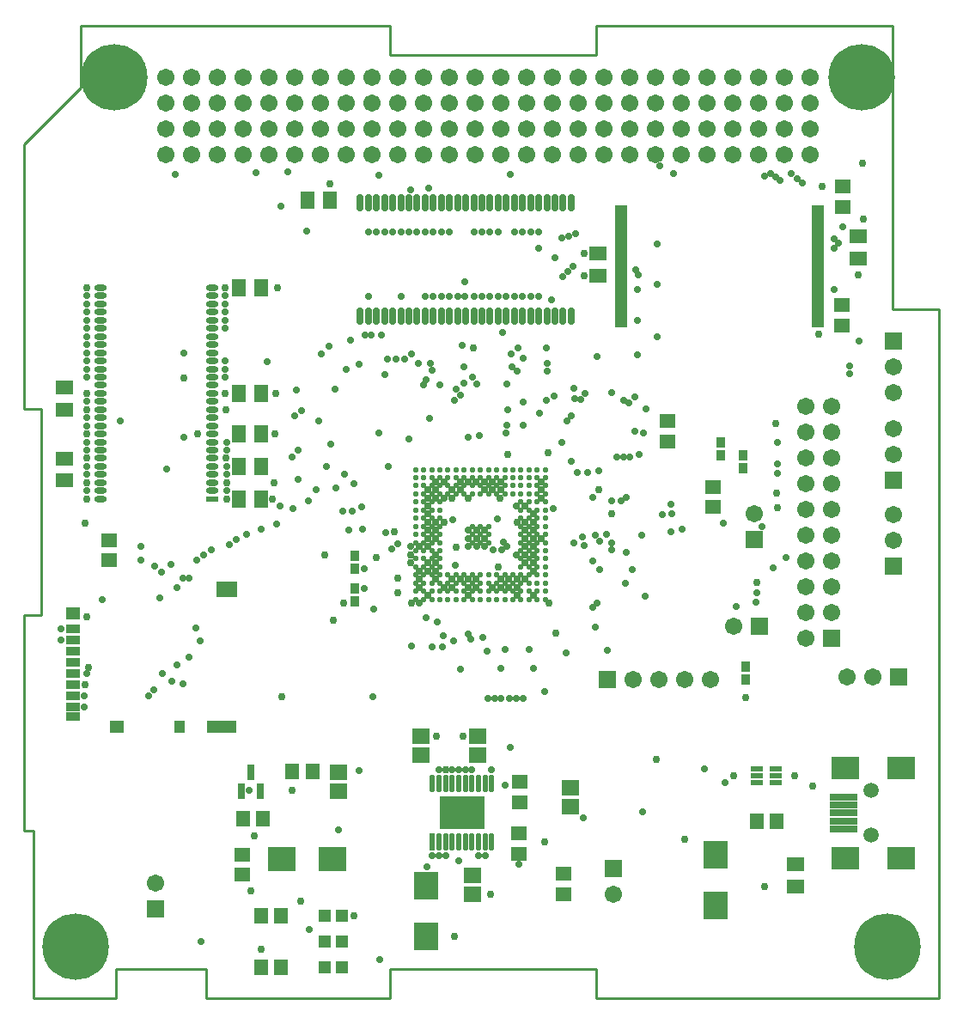
<source format=gts>
%FSLAX44Y44*%
%MOMM*%
G71*
G01*
G75*
G04 Layer_Color=8388736*
%ADD10R,0.7000X0.9000*%
%ADD11R,1.5000X1.3000*%
%ADD12R,2.2000X2.6000*%
%ADD13R,1.2000X1.5000*%
%ADD14R,1.2000X1.4000*%
%ADD15R,1.4000X1.2000*%
%ADD16R,1.1000X1.0000*%
%ADD17R,2.6000X2.2000*%
%ADD18R,0.3500X1.5500*%
%ADD19O,0.3500X1.5500*%
%ADD20R,4.2000X3.1000*%
%ADD21R,0.6000X1.4000*%
%ADD22O,1.0000X0.4000*%
%ADD23R,1.0000X0.4000*%
%ADD24R,1.9000X1.3000*%
%ADD25R,2.8000X1.0000*%
%ADD26R,0.8000X1.0000*%
%ADD27R,1.2000X1.0000*%
%ADD28R,1.2000X0.7000*%
%ADD29O,0.5500X1.5500*%
%ADD30C,0.3500*%
%ADD31R,1.0000X0.3000*%
%ADD32R,1.0500X0.4000*%
%ADD33R,2.5000X0.5000*%
%ADD34R,2.5000X2.0000*%
%ADD35R,1.5000X1.2000*%
%ADD36C,0.1778*%
%ADD37C,0.3048*%
%ADD38C,0.2540*%
%ADD39R,1.5000X1.5000*%
%ADD40C,1.5000*%
%ADD41R,1.5000X1.5000*%
%ADD42C,6.3500*%
%ADD43C,1.3000*%
%ADD44C,0.5080*%
%ADD45C,0.5588*%
%ADD46C,1.0160*%
%ADD47C,1.9160*%
%ADD48C,1.0160*%
%ADD49C,1.0668*%
%ADD50C,0.3810*%
%ADD51C,4.1910*%
%ADD52R,0.9000X0.7000*%
%ADD53R,1.0500X1.3000*%
%ADD54R,1.4000X3.3000*%
%ADD55R,1.3000X1.9000*%
%ADD56C,0.2500*%
%ADD57C,0.2000*%
%ADD58C,0.6000*%
%ADD59C,0.3000*%
%ADD60C,0.2032*%
%ADD61C,0.1000*%
%ADD62C,0.1270*%
%ADD63R,0.9032X1.1032*%
%ADD64R,1.7032X1.5032*%
%ADD65R,2.4032X2.8032*%
%ADD66R,1.4032X1.7032*%
%ADD67R,1.4032X1.6032*%
%ADD68R,1.6032X1.4032*%
%ADD69R,1.3032X1.2032*%
%ADD70R,2.8032X2.4032*%
%ADD71R,0.5532X1.7532*%
%ADD72O,0.5532X1.7532*%
%ADD73R,4.4032X3.3032*%
%ADD74R,0.8032X1.6032*%
%ADD75O,1.2032X0.6032*%
%ADD76R,1.2032X0.6032*%
%ADD77R,2.1032X1.5032*%
%ADD78R,3.0032X1.2032*%
%ADD79R,1.0032X1.2032*%
%ADD80R,1.4032X1.2032*%
%ADD81R,1.4032X0.9032*%
%ADD82O,0.7532X1.7532*%
%ADD83C,0.5532*%
%ADD84R,1.2032X0.5032*%
%ADD85R,1.2532X0.6032*%
%ADD86R,2.7032X0.7032*%
%ADD87R,2.7032X2.2032*%
%ADD88R,1.7032X1.4032*%
%ADD89R,1.7032X1.7032*%
%ADD90C,1.7032*%
%ADD91R,1.7032X1.7032*%
%ADD92C,6.5532*%
%ADD93C,1.5032*%
%ADD94C,0.7112*%
%ADD95C,0.7620*%
D38*
X0Y0D02*
X81280D01*
Y29210D01*
X170180D01*
Y0D02*
Y29210D01*
Y0D02*
X351790D01*
Y29210D01*
X554990D01*
Y0D02*
Y29210D01*
Y0D02*
X892810D01*
Y679450D01*
X847090D02*
X892810D01*
X847090D02*
Y958850D01*
X554990D02*
X847090D01*
X554990Y929640D02*
Y958850D01*
X351790Y929640D02*
X554990D01*
X351790D02*
Y958850D01*
X46990D02*
X351790D01*
X0Y0D02*
Y165100D01*
X-8890D02*
X0D01*
X-8890D02*
Y377825D01*
X7620D01*
Y581025D01*
X-8890D02*
X7620D01*
X-8890D02*
Y825500D01*
X46990Y897890D02*
Y958850D01*
X-8890Y825500D02*
Y842010D01*
X46990Y897890D01*
D63*
X316992Y404264D02*
D03*
Y391264D02*
D03*
Y423522D02*
D03*
Y436522D02*
D03*
X701802Y313794D02*
D03*
Y326794D02*
D03*
X699770Y535074D02*
D03*
Y522074D02*
D03*
X677418Y535282D02*
D03*
Y548282D02*
D03*
D64*
X432816Y102260D02*
D03*
Y121260D02*
D03*
X300736Y222860D02*
D03*
Y203860D02*
D03*
X382016Y258420D02*
D03*
Y239420D02*
D03*
X437896Y258420D02*
D03*
Y239420D02*
D03*
X529336Y207620D02*
D03*
Y188620D02*
D03*
D65*
X387096Y61360D02*
D03*
Y111360D02*
D03*
X672338Y141840D02*
D03*
Y91840D02*
D03*
D66*
X270500Y786250D02*
D03*
X292500D02*
D03*
X202614Y556252D02*
D03*
X224614D02*
D03*
X202614Y524000D02*
D03*
X224614D02*
D03*
X202614Y700252D02*
D03*
X224614D02*
D03*
X202614Y596252D02*
D03*
X224614D02*
D03*
X202614Y492252D02*
D03*
X224614D02*
D03*
D67*
X712884Y174498D02*
D03*
X732884D02*
D03*
X224442Y81280D02*
D03*
X244442D02*
D03*
X206662Y177292D02*
D03*
X226662D02*
D03*
X224442Y30988D02*
D03*
X244442D02*
D03*
X275176Y223520D02*
D03*
X255176D02*
D03*
D68*
X796798Y683100D02*
D03*
Y663100D02*
D03*
X625348Y569054D02*
D03*
Y549054D02*
D03*
X478536Y142400D02*
D03*
Y162400D02*
D03*
X479298Y193200D02*
D03*
Y213200D02*
D03*
X205740Y141826D02*
D03*
Y121826D02*
D03*
X670306Y484030D02*
D03*
Y504030D02*
D03*
X797814Y779940D02*
D03*
Y799940D02*
D03*
X522224Y122776D02*
D03*
Y102776D02*
D03*
X74930Y451706D02*
D03*
Y431706D02*
D03*
D69*
X304156Y81280D02*
D03*
X287156D02*
D03*
X304156Y55880D02*
D03*
X287156D02*
D03*
X304156Y30480D02*
D03*
X287156D02*
D03*
D70*
X295256Y137160D02*
D03*
X245256D02*
D03*
D71*
X393406Y154130D02*
D03*
D72*
X399906D02*
D03*
X406406D02*
D03*
X412906D02*
D03*
X419406D02*
D03*
X425906D02*
D03*
X432406D02*
D03*
X438906D02*
D03*
X445406D02*
D03*
X451906D02*
D03*
X393406Y211630D02*
D03*
X399906D02*
D03*
X406406D02*
D03*
X412906D02*
D03*
X419406D02*
D03*
X425906D02*
D03*
X432406D02*
D03*
X438906D02*
D03*
X445406D02*
D03*
X451906D02*
D03*
D73*
X422656Y182880D02*
D03*
D74*
X204876Y203860D02*
D03*
X223876D02*
D03*
X214376Y222860D02*
D03*
D75*
X66422Y700252D02*
D03*
Y692252D02*
D03*
Y684252D02*
D03*
Y676252D02*
D03*
Y668252D02*
D03*
Y660252D02*
D03*
Y652252D02*
D03*
Y644252D02*
D03*
Y636252D02*
D03*
Y628252D02*
D03*
Y620252D02*
D03*
Y612252D02*
D03*
Y604252D02*
D03*
Y596252D02*
D03*
Y588252D02*
D03*
Y580252D02*
D03*
Y572252D02*
D03*
Y564252D02*
D03*
Y556252D02*
D03*
Y548252D02*
D03*
Y540252D02*
D03*
Y532252D02*
D03*
Y524252D02*
D03*
Y516252D02*
D03*
Y508252D02*
D03*
Y500252D02*
D03*
Y492252D02*
D03*
X176022Y700252D02*
D03*
Y692252D02*
D03*
Y684252D02*
D03*
Y676252D02*
D03*
Y668252D02*
D03*
Y660252D02*
D03*
Y652252D02*
D03*
Y644252D02*
D03*
Y636252D02*
D03*
Y628252D02*
D03*
Y620252D02*
D03*
Y612252D02*
D03*
Y604252D02*
D03*
Y596252D02*
D03*
Y588252D02*
D03*
Y580252D02*
D03*
Y572252D02*
D03*
Y564252D02*
D03*
Y556252D02*
D03*
Y548252D02*
D03*
Y540252D02*
D03*
Y532252D02*
D03*
Y524252D02*
D03*
Y516252D02*
D03*
Y508252D02*
D03*
Y500252D02*
D03*
D76*
Y492252D02*
D03*
D77*
X190370Y402982D02*
D03*
D78*
X185870Y267982D02*
D03*
D79*
X144370D02*
D03*
D80*
X39370Y379482D02*
D03*
X82370Y267982D02*
D03*
D81*
X39370Y363982D02*
D03*
Y352982D02*
D03*
Y341982D02*
D03*
Y330982D02*
D03*
Y319982D02*
D03*
Y308982D02*
D03*
Y297982D02*
D03*
Y286982D02*
D03*
Y277482D02*
D03*
D82*
X490212Y784472D02*
D03*
X498212D02*
D03*
X474212D02*
D03*
X482212D02*
D03*
X522212D02*
D03*
X530212D02*
D03*
X506212D02*
D03*
X514212D02*
D03*
X434212D02*
D03*
X442212D02*
D03*
X418212D02*
D03*
X426212D02*
D03*
X458212D02*
D03*
X466212D02*
D03*
X450212D02*
D03*
X530212Y672472D02*
D03*
X514212D02*
D03*
X522212D02*
D03*
X498212D02*
D03*
X506212D02*
D03*
X482212D02*
D03*
X490212D02*
D03*
X442212D02*
D03*
X450212D02*
D03*
X426212D02*
D03*
X434212D02*
D03*
X466212D02*
D03*
X474212D02*
D03*
X458212D02*
D03*
X378212Y784472D02*
D03*
X386212D02*
D03*
X362212D02*
D03*
X370212D02*
D03*
X402212D02*
D03*
X410212D02*
D03*
X394212D02*
D03*
X346212D02*
D03*
X354212D02*
D03*
X330212D02*
D03*
X338212D02*
D03*
X322212D02*
D03*
X410212Y672472D02*
D03*
X418212D02*
D03*
X402212D02*
D03*
X386212D02*
D03*
X394212D02*
D03*
X370212D02*
D03*
X378212D02*
D03*
X354212D02*
D03*
X362212D02*
D03*
X338212D02*
D03*
X346212D02*
D03*
X322212D02*
D03*
X330212D02*
D03*
D83*
X504690Y393200D02*
D03*
X496690D02*
D03*
X488690D02*
D03*
X480690D02*
D03*
X472690D02*
D03*
X464690D02*
D03*
X456690D02*
D03*
X448690D02*
D03*
X440690D02*
D03*
X432690D02*
D03*
X424690D02*
D03*
X416690D02*
D03*
X408690D02*
D03*
X400690D02*
D03*
X392690D02*
D03*
X384690D02*
D03*
X376690D02*
D03*
X504690Y401200D02*
D03*
X496690D02*
D03*
X488690D02*
D03*
X480690D02*
D03*
X472690D02*
D03*
X464690D02*
D03*
X456690D02*
D03*
X448690D02*
D03*
X440690D02*
D03*
X432690D02*
D03*
X424690D02*
D03*
X416690D02*
D03*
X408690D02*
D03*
X400690D02*
D03*
X392690D02*
D03*
X384690D02*
D03*
X376690D02*
D03*
X504690Y409200D02*
D03*
X496690D02*
D03*
X488690D02*
D03*
X480690D02*
D03*
X472690D02*
D03*
X464690D02*
D03*
X456690D02*
D03*
X448690D02*
D03*
X440690D02*
D03*
X432690D02*
D03*
X424690D02*
D03*
X416690D02*
D03*
X408690D02*
D03*
X400690D02*
D03*
X392690D02*
D03*
X384690D02*
D03*
X376690D02*
D03*
X504690Y417200D02*
D03*
X496690D02*
D03*
X488690D02*
D03*
X480690D02*
D03*
X472690D02*
D03*
X464690D02*
D03*
X456690D02*
D03*
X448690D02*
D03*
X440690D02*
D03*
X432690D02*
D03*
X424690D02*
D03*
X416690D02*
D03*
X408690D02*
D03*
X400690D02*
D03*
X392690D02*
D03*
X384690D02*
D03*
X376690D02*
D03*
X504690Y425200D02*
D03*
X496690D02*
D03*
X488690D02*
D03*
X480690D02*
D03*
X400690D02*
D03*
X392690D02*
D03*
X384690D02*
D03*
X376690D02*
D03*
X504690Y433200D02*
D03*
X496690D02*
D03*
X488690D02*
D03*
X480690D02*
D03*
X400690D02*
D03*
X392690D02*
D03*
X384690D02*
D03*
X376690D02*
D03*
X504690Y441200D02*
D03*
X496690D02*
D03*
X488690D02*
D03*
X480690D02*
D03*
X400690D02*
D03*
X392690D02*
D03*
X384690D02*
D03*
X376690D02*
D03*
X504690Y449200D02*
D03*
X496690D02*
D03*
X488690D02*
D03*
X480690D02*
D03*
X448690D02*
D03*
X440690D02*
D03*
X432690D02*
D03*
X400690D02*
D03*
X392690D02*
D03*
X384690D02*
D03*
X376690D02*
D03*
X504690Y457200D02*
D03*
X496690D02*
D03*
X488690D02*
D03*
X480690D02*
D03*
X448690D02*
D03*
X440690D02*
D03*
X432690D02*
D03*
X400690D02*
D03*
X392690D02*
D03*
X384690D02*
D03*
X376690D02*
D03*
X504690Y465200D02*
D03*
X496690D02*
D03*
X488690D02*
D03*
X480690D02*
D03*
X448690D02*
D03*
X440690D02*
D03*
X432690D02*
D03*
X400690D02*
D03*
X392690D02*
D03*
X384690D02*
D03*
X376690D02*
D03*
X504690Y473200D02*
D03*
X496690D02*
D03*
X488690D02*
D03*
X480690D02*
D03*
X400690D02*
D03*
X392690D02*
D03*
X384690D02*
D03*
X376690D02*
D03*
X504690Y481200D02*
D03*
X496690D02*
D03*
X488690D02*
D03*
X480690D02*
D03*
X400690D02*
D03*
X392690D02*
D03*
X384690D02*
D03*
X376690D02*
D03*
X504690Y489200D02*
D03*
X496690D02*
D03*
X488690D02*
D03*
X480690D02*
D03*
X400690D02*
D03*
X392690D02*
D03*
X384690D02*
D03*
X376690D02*
D03*
X504690Y497200D02*
D03*
X496690D02*
D03*
X488690D02*
D03*
X480690D02*
D03*
X472690D02*
D03*
X464690D02*
D03*
X456690D02*
D03*
X448690D02*
D03*
X440690D02*
D03*
X432690D02*
D03*
X424690D02*
D03*
X416690D02*
D03*
X408690D02*
D03*
X400690D02*
D03*
X392690D02*
D03*
X384690D02*
D03*
X376690D02*
D03*
X504690Y505200D02*
D03*
X496690D02*
D03*
X488690D02*
D03*
X480690D02*
D03*
X472690D02*
D03*
X464690D02*
D03*
X456690D02*
D03*
X448690D02*
D03*
X440690D02*
D03*
X432690D02*
D03*
X424690D02*
D03*
X416690D02*
D03*
X408690D02*
D03*
X400690D02*
D03*
X392690D02*
D03*
X384690D02*
D03*
X376690D02*
D03*
X504690Y513200D02*
D03*
X496690D02*
D03*
X488690D02*
D03*
X480690D02*
D03*
X472690D02*
D03*
X464690D02*
D03*
X456690D02*
D03*
X448690D02*
D03*
X440690D02*
D03*
X432690D02*
D03*
X424690D02*
D03*
X416690D02*
D03*
X408690D02*
D03*
X400690D02*
D03*
X392690D02*
D03*
X384690D02*
D03*
X376690D02*
D03*
X504690Y521200D02*
D03*
X496690D02*
D03*
X488690D02*
D03*
X480690D02*
D03*
X472690D02*
D03*
X464690D02*
D03*
X456690D02*
D03*
X448690D02*
D03*
X440690D02*
D03*
X432690D02*
D03*
X424690D02*
D03*
X416690D02*
D03*
X408690D02*
D03*
X400690D02*
D03*
X392690D02*
D03*
X384690D02*
D03*
X376690D02*
D03*
D84*
X773160Y778956D02*
D03*
Y773956D02*
D03*
Y768956D02*
D03*
Y763956D02*
D03*
Y758956D02*
D03*
Y753956D02*
D03*
Y748956D02*
D03*
Y743956D02*
D03*
Y738956D02*
D03*
Y733956D02*
D03*
Y728956D02*
D03*
Y723956D02*
D03*
Y718956D02*
D03*
Y713956D02*
D03*
Y708956D02*
D03*
Y703956D02*
D03*
Y698956D02*
D03*
Y693956D02*
D03*
Y688956D02*
D03*
Y683956D02*
D03*
Y678956D02*
D03*
Y673956D02*
D03*
Y668956D02*
D03*
Y663956D02*
D03*
X579160Y778956D02*
D03*
Y773956D02*
D03*
Y768956D02*
D03*
Y763956D02*
D03*
Y758956D02*
D03*
Y753956D02*
D03*
Y748956D02*
D03*
Y743956D02*
D03*
Y738956D02*
D03*
Y733956D02*
D03*
Y728956D02*
D03*
Y723956D02*
D03*
Y718956D02*
D03*
Y713956D02*
D03*
Y708956D02*
D03*
Y703956D02*
D03*
Y698956D02*
D03*
Y693956D02*
D03*
Y688956D02*
D03*
Y683956D02*
D03*
Y678956D02*
D03*
Y673956D02*
D03*
Y668956D02*
D03*
Y663956D02*
D03*
D85*
X731478Y212806D02*
D03*
Y225806D02*
D03*
Y219306D02*
D03*
X712978D02*
D03*
Y225806D02*
D03*
Y212806D02*
D03*
D86*
X798592Y166624D02*
D03*
Y174624D02*
D03*
Y182624D02*
D03*
Y190624D02*
D03*
Y198624D02*
D03*
D87*
X800592Y138124D02*
D03*
Y227124D02*
D03*
X855592D02*
D03*
Y138124D02*
D03*
D88*
X751586Y132158D02*
D03*
Y110158D02*
D03*
X30734Y532208D02*
D03*
Y510208D02*
D03*
Y580312D02*
D03*
Y602312D02*
D03*
X813308Y751410D02*
D03*
Y729410D02*
D03*
X556260Y712392D02*
D03*
Y734392D02*
D03*
D89*
X847598Y510540D02*
D03*
X786384Y354838D02*
D03*
X710438Y452628D02*
D03*
X847598Y425958D02*
D03*
X571500Y128016D02*
D03*
X120396Y88392D02*
D03*
X847598Y647954D02*
D03*
D90*
Y535940D02*
D03*
Y561340D02*
D03*
X760984Y583438D02*
D03*
X786384D02*
D03*
X760984Y558038D02*
D03*
X786384D02*
D03*
X760984Y532638D02*
D03*
X786384D02*
D03*
X760984Y507238D02*
D03*
X786384D02*
D03*
X760984Y481838D02*
D03*
X786384D02*
D03*
X760984Y456438D02*
D03*
X786384D02*
D03*
X760984Y431038D02*
D03*
X786384D02*
D03*
X760984Y405638D02*
D03*
X786384D02*
D03*
X760984Y380238D02*
D03*
X786384D02*
D03*
X760984Y354838D02*
D03*
X710438Y478028D02*
D03*
X827278Y316992D02*
D03*
X801878D02*
D03*
X847598Y451358D02*
D03*
Y476758D02*
D03*
X571500Y102616D02*
D03*
X120396Y113792D02*
D03*
X667258Y314452D02*
D03*
X641858D02*
D03*
X616458D02*
D03*
X591058D02*
D03*
X847598Y597154D02*
D03*
Y622554D02*
D03*
X690372Y367030D02*
D03*
X130810Y857280D02*
D03*
Y831880D02*
D03*
X156210D02*
D03*
X181610D02*
D03*
X207010D02*
D03*
X232410D02*
D03*
X257810D02*
D03*
X283210D02*
D03*
X308610D02*
D03*
X334010D02*
D03*
X359410D02*
D03*
X384810D02*
D03*
X410210D02*
D03*
X435610D02*
D03*
X461010D02*
D03*
X486410D02*
D03*
X511810D02*
D03*
X537210D02*
D03*
X562610D02*
D03*
X588010D02*
D03*
X613410D02*
D03*
X638810D02*
D03*
X664210D02*
D03*
X689610D02*
D03*
X715010D02*
D03*
X740410D02*
D03*
X765810D02*
D03*
X156210Y857280D02*
D03*
X181610D02*
D03*
X207010D02*
D03*
X232410D02*
D03*
X257810D02*
D03*
X283210D02*
D03*
X308610D02*
D03*
X334010D02*
D03*
X359410D02*
D03*
X384810D02*
D03*
X410210D02*
D03*
X435610D02*
D03*
X461010D02*
D03*
X486410D02*
D03*
X511810D02*
D03*
X537210D02*
D03*
X562610D02*
D03*
X588010D02*
D03*
X613410D02*
D03*
X638810D02*
D03*
X664210D02*
D03*
X689610D02*
D03*
X715010D02*
D03*
X740410D02*
D03*
X765810D02*
D03*
X130810Y908080D02*
D03*
Y882680D02*
D03*
X156210D02*
D03*
X181610D02*
D03*
X207010D02*
D03*
X232410D02*
D03*
X257810D02*
D03*
X283210D02*
D03*
X308610D02*
D03*
X334010D02*
D03*
X359410D02*
D03*
X384810D02*
D03*
X410210D02*
D03*
X435610D02*
D03*
X461010D02*
D03*
X486410D02*
D03*
X511810D02*
D03*
X537210D02*
D03*
X562610D02*
D03*
X588010D02*
D03*
X613410D02*
D03*
X638810D02*
D03*
X664210D02*
D03*
X689610D02*
D03*
X715010D02*
D03*
X740410D02*
D03*
X765810D02*
D03*
X156210Y908080D02*
D03*
X181610D02*
D03*
X207010D02*
D03*
X232410D02*
D03*
X257810D02*
D03*
X283210D02*
D03*
X308610D02*
D03*
X334010D02*
D03*
X359410D02*
D03*
X384810D02*
D03*
X410210D02*
D03*
X435610D02*
D03*
X461010D02*
D03*
X486410D02*
D03*
X511810D02*
D03*
X537210D02*
D03*
X562610D02*
D03*
X588010D02*
D03*
X613410D02*
D03*
X638810D02*
D03*
X664210D02*
D03*
X689610D02*
D03*
X715010D02*
D03*
X740410D02*
D03*
X765810D02*
D03*
D91*
X852678Y316992D02*
D03*
X565658Y314452D02*
D03*
X715772Y367030D02*
D03*
D92*
X816430Y908100D02*
D03*
X79830D02*
D03*
X841831Y50800D02*
D03*
X41731Y50800D02*
D03*
D93*
X825592Y204624D02*
D03*
Y160624D02*
D03*
D94*
X391519Y625780D02*
D03*
X416520Y600529D02*
D03*
X424521Y606030D02*
D03*
X458212Y755000D02*
D03*
X490212Y755000D02*
D03*
X269750Y756500D02*
D03*
X389519Y798789D02*
D03*
X372000Y796500D02*
D03*
X338212Y755000D02*
D03*
X346212D02*
D03*
X330212D02*
D03*
X596265Y713326D02*
D03*
X593598Y718202D02*
D03*
X527500Y751461D02*
D03*
X534250Y753750D02*
D03*
X466852Y605536D02*
D03*
X492690Y477200D02*
D03*
X595846Y668528D02*
D03*
X493268Y325628D02*
D03*
X420624Y324612D02*
D03*
X680212Y468122D02*
D03*
X661162Y225806D02*
D03*
X325882Y404264D02*
D03*
Y423522D02*
D03*
X629666Y477520D02*
D03*
X599948Y456438D02*
D03*
X579628Y490474D02*
D03*
X484817Y485200D02*
D03*
X512188Y482470D02*
D03*
X717804Y464566D02*
D03*
X729234Y424180D02*
D03*
X797814Y760052D02*
D03*
X813816Y647954D02*
D03*
X475742Y437388D02*
D03*
X757682Y803656D02*
D03*
X752602Y807974D02*
D03*
X747268Y812546D02*
D03*
X736346Y806196D02*
D03*
X731520Y809752D02*
D03*
X726440Y813054D02*
D03*
X720344Y810006D02*
D03*
X532638Y601218D02*
D03*
X581914Y589788D02*
D03*
X586740Y586486D02*
D03*
X595846Y698956D02*
D03*
X388690Y445200D02*
D03*
X335534Y383286D02*
D03*
X539496Y590296D02*
D03*
X396690Y493200D02*
D03*
X404690D02*
D03*
X271018Y490220D02*
D03*
X298470Y503192D02*
D03*
X575314Y533908D02*
D03*
X584516Y494092D02*
D03*
X556006Y389636D02*
D03*
X602996Y396748D02*
D03*
X139700Y811784D02*
D03*
X482854Y295910D02*
D03*
X475996D02*
D03*
X68326Y393192D02*
D03*
X160528Y364998D02*
D03*
X403860Y357124D02*
D03*
X469519Y295910D02*
D03*
X461010D02*
D03*
X556006Y632460D02*
D03*
X454660Y295910D02*
D03*
X447802D02*
D03*
X588010Y533908D02*
D03*
X558419Y450469D02*
D03*
X533400Y591312D02*
D03*
X546608Y518414D02*
D03*
X541020Y455168D02*
D03*
X488847Y343916D02*
D03*
X127254Y320040D02*
D03*
X119761Y425577D02*
D03*
X447294Y342392D02*
D03*
X135890Y427482D02*
D03*
X141478Y404876D02*
D03*
X372618Y347218D02*
D03*
X147574Y414528D02*
D03*
Y309880D02*
D03*
X153670Y414274D02*
D03*
Y336550D02*
D03*
X544068Y596138D02*
D03*
X536194Y518414D02*
D03*
X569722Y596900D02*
D03*
X551180Y493776D02*
D03*
X542798Y446278D02*
D03*
X553720Y456692D02*
D03*
X520954Y547878D02*
D03*
X457200Y472440D02*
D03*
X466344Y564896D02*
D03*
X465582Y557530D02*
D03*
X551434Y431292D02*
D03*
X558038Y422402D02*
D03*
X582168Y533908D02*
D03*
X592836Y559308D02*
D03*
X569976Y490474D02*
D03*
X601726Y557530D02*
D03*
X397896Y371094D02*
D03*
X387350Y375412D02*
D03*
X392938Y346710D02*
D03*
X430784Y354076D02*
D03*
X503682Y302006D02*
D03*
X557530Y519550D02*
D03*
X314706Y480060D02*
D03*
X324104Y462788D02*
D03*
X402844Y346710D02*
D03*
X429006Y359156D02*
D03*
X475996Y485394D02*
D03*
X380690Y445200D02*
D03*
X416306Y426720D02*
D03*
X419406Y135636D02*
D03*
X451906Y225298D02*
D03*
X469750Y247246D02*
D03*
X280924Y569214D02*
D03*
X506222Y617982D02*
D03*
Y626110D02*
D03*
X476758Y617982D02*
D03*
X471805Y622046D02*
D03*
X467614Y580136D02*
D03*
X521716Y711708D02*
D03*
X526796Y716788D02*
D03*
X531876Y721868D02*
D03*
X510911Y688340D02*
D03*
X291846Y642589D02*
D03*
X340614Y557276D02*
D03*
X370078Y551434D02*
D03*
X482600Y631190D02*
D03*
X436690Y509200D02*
D03*
X442212Y691896D02*
D03*
X434212D02*
D03*
X410212D02*
D03*
X402212D02*
D03*
X394212D02*
D03*
X386212D02*
D03*
X362212D02*
D03*
X402212Y755000D02*
D03*
X394212D02*
D03*
X386212D02*
D03*
X378212D02*
D03*
X370212D02*
D03*
X362212D02*
D03*
X354212D02*
D03*
X439420Y554990D02*
D03*
X255778Y482854D02*
D03*
X124968Y394462D02*
D03*
X257556Y574294D02*
D03*
X323850Y484124D02*
D03*
X311150Y461518D02*
D03*
X52578Y692252D02*
D03*
Y684252D02*
D03*
Y676252D02*
D03*
Y668252D02*
D03*
Y660252D02*
D03*
Y652252D02*
D03*
Y644252D02*
D03*
Y636252D02*
D03*
X188722Y628252D02*
D03*
Y620252D02*
D03*
Y612252D02*
D03*
X148818Y552958D02*
D03*
X380690Y389200D02*
D03*
X388690Y453200D02*
D03*
X438912Y140462D02*
D03*
X387604Y129286D02*
D03*
X600456Y184150D02*
D03*
X213106Y204724D02*
D03*
X478536Y132588D02*
D03*
X464924Y209700D02*
D03*
X419406Y225298D02*
D03*
X321056Y224686D02*
D03*
X399906Y140462D02*
D03*
X425906Y225298D02*
D03*
X399906D02*
D03*
X432406D02*
D03*
X412906D02*
D03*
X393406Y140462D02*
D03*
X406406D02*
D03*
X445406D02*
D03*
X428754Y461264D02*
D03*
X436882D02*
D03*
X428754Y453136D02*
D03*
X436882D02*
D03*
X428754Y445264D02*
D03*
X436882D02*
D03*
X444754D02*
D03*
Y453264D02*
D03*
Y461264D02*
D03*
X413834Y471612D02*
D03*
X188722Y684252D02*
D03*
X404690Y509200D02*
D03*
X188722Y676252D02*
D03*
Y668252D02*
D03*
X396690Y509200D02*
D03*
X188722Y660252D02*
D03*
X412690Y501200D02*
D03*
X388690D02*
D03*
Y493200D02*
D03*
Y485200D02*
D03*
Y477200D02*
D03*
Y469200D02*
D03*
X396690D02*
D03*
Y461200D02*
D03*
Y429200D02*
D03*
X388690D02*
D03*
X396690Y421200D02*
D03*
Y413200D02*
D03*
X404690Y405200D02*
D03*
X412690Y413200D02*
D03*
X420690D02*
D03*
X428690Y397200D02*
D03*
Y405200D02*
D03*
Y413200D02*
D03*
X436690Y405200D02*
D03*
Y413200D02*
D03*
X452690Y405200D02*
D03*
X460690D02*
D03*
Y413200D02*
D03*
X468690D02*
D03*
X476690Y405200D02*
D03*
X484690Y413200D02*
D03*
X492690Y420946D02*
D03*
Y437200D02*
D03*
X484690D02*
D03*
X492690Y445200D02*
D03*
X484690D02*
D03*
X500690Y453200D02*
D03*
X492690D02*
D03*
X484690D02*
D03*
X492690Y461200D02*
D03*
X484690D02*
D03*
X492690Y469200D02*
D03*
X500690Y493200D02*
D03*
Y501200D02*
D03*
X460690Y509200D02*
D03*
X452690D02*
D03*
X444690D02*
D03*
X428690D02*
D03*
X420690Y501200D02*
D03*
Y509200D02*
D03*
X396690Y501200D02*
D03*
X388690Y397200D02*
D03*
X492690D02*
D03*
X468690Y405200D02*
D03*
X476690Y413200D02*
D03*
X500690Y509200D02*
D03*
X52578Y500252D02*
D03*
Y516252D02*
D03*
Y524252D02*
D03*
Y540252D02*
D03*
Y548252D02*
D03*
Y564252D02*
D03*
Y572252D02*
D03*
X305054Y480060D02*
D03*
X190500Y500252D02*
D03*
Y516252D02*
D03*
Y524252D02*
D03*
Y540252D02*
D03*
Y548252D02*
D03*
X306578Y516252D02*
D03*
X289310Y524252D02*
D03*
X261360Y540252D02*
D03*
X278384Y501650D02*
D03*
X315722Y507492D02*
D03*
X52578Y588252D02*
D03*
Y612252D02*
D03*
Y620252D02*
D03*
Y628252D02*
D03*
X415166Y589534D02*
D03*
X384810Y604520D02*
D03*
X387350Y609600D02*
D03*
X346710Y614680D02*
D03*
X390144Y571500D02*
D03*
X321310Y624840D02*
D03*
X308610Y620014D02*
D03*
X788924Y698956D02*
D03*
Y738956D02*
D03*
X52578Y319982D02*
D03*
X570230Y441962D02*
D03*
Y448692D02*
D03*
X432816Y612648D02*
D03*
X466212Y691896D02*
D03*
X474212D02*
D03*
X482212D02*
D03*
X498212D02*
D03*
X410212Y755000D02*
D03*
X474212D02*
D03*
X482212D02*
D03*
X420690Y594868D02*
D03*
X400558Y604520D02*
D03*
X259334Y599694D02*
D03*
X365760Y629666D02*
D03*
X372364Y635254D02*
D03*
X357378Y630428D02*
D03*
X437388Y605536D02*
D03*
X392805Y619373D02*
D03*
X424053Y622681D02*
D03*
X482600Y587502D02*
D03*
X470916Y635508D02*
D03*
X513080Y593344D02*
D03*
X462788Y656336D02*
D03*
X478028Y641096D02*
D03*
X505714D02*
D03*
X614934Y703580D02*
D03*
X148818Y636252D02*
D03*
X300736Y166220D02*
D03*
X425196Y706628D02*
D03*
X418212Y691896D02*
D03*
X379222Y626110D02*
D03*
X350262Y524252D02*
D03*
X161290Y432308D02*
D03*
X168148Y437388D02*
D03*
X175768Y442468D02*
D03*
X193294Y447548D02*
D03*
X200152Y452628D02*
D03*
X210312Y457708D02*
D03*
X224790Y462788D02*
D03*
X243078Y484886D02*
D03*
X264160Y579374D02*
D03*
X327406Y653542D02*
D03*
X255270Y533400D02*
D03*
X343408Y653796D02*
D03*
X450212Y691896D02*
D03*
X239522Y467868D02*
D03*
X458212Y691896D02*
D03*
X188722Y692252D02*
D03*
X230124Y627888D02*
D03*
X283972Y635254D02*
D03*
X293490Y546354D02*
D03*
X297688Y600202D02*
D03*
X260858Y511683D02*
D03*
X788924Y748956D02*
D03*
X482600Y564642D02*
D03*
X595846Y634238D02*
D03*
X614934Y743204D02*
D03*
Y651764D02*
D03*
X442976Y355346D02*
D03*
X465328Y343662D02*
D03*
X524764Y340614D02*
D03*
X498722Y576580D02*
D03*
X466660Y445200D02*
D03*
X463042Y449580D02*
D03*
X530606Y574421D02*
D03*
X583692Y408940D02*
D03*
X628650Y460248D02*
D03*
X484690Y429200D02*
D03*
X628650Y486724D02*
D03*
X590550Y422402D02*
D03*
X564642Y456946D02*
D03*
X85852Y568960D02*
D03*
X113284Y298196D02*
D03*
X219710Y813562D02*
D03*
X250444Y814578D02*
D03*
X412690Y405200D02*
D03*
X125984Y420370D02*
D03*
X164846Y352425D02*
D03*
X414274D02*
D03*
X131572Y521716D02*
D03*
X118364Y304038D02*
D03*
X692665Y385833D02*
D03*
X566166Y342646D02*
D03*
X553720Y365760D02*
D03*
X542290Y177546D02*
D03*
X505968Y589788D02*
D03*
X341630Y38100D02*
D03*
X592836Y592836D02*
D03*
X603504Y580898D02*
D03*
X526415Y569087D02*
D03*
X639572Y462280D02*
D03*
X532384Y449072D02*
D03*
X630936Y812800D02*
D03*
X492690Y429454D02*
D03*
X551688Y385064D02*
D03*
X462026Y441960D02*
D03*
X681736Y212806D02*
D03*
X396690Y453200D02*
D03*
X452882Y441960D02*
D03*
X425196Y691896D02*
D03*
X428498Y552958D02*
D03*
X490212Y691896D02*
D03*
X388690Y421200D02*
D03*
X272288Y67564D02*
D03*
X333248Y653542D02*
D03*
X312674Y648716D02*
D03*
X349250Y630079D02*
D03*
X619760Y476758D02*
D03*
X334518Y297434D02*
D03*
X712216Y390652D02*
D03*
X712978Y400050D02*
D03*
X742188Y434340D02*
D03*
X804418Y615442D02*
D03*
X596900Y536448D02*
D03*
X804418Y623062D02*
D03*
X733552Y548282D02*
D03*
Y526392D02*
D03*
X165608Y55880D02*
D03*
X733552Y517652D02*
D03*
X793242Y743956D02*
D03*
X330212Y691896D02*
D03*
X422656Y643382D02*
D03*
X530606Y529082D02*
D03*
X372182Y445200D02*
D03*
X353568Y442976D02*
D03*
X359410Y448310D02*
D03*
X347726Y459232D02*
D03*
X27432Y363982D02*
D03*
Y352982D02*
D03*
X105918Y445262D02*
D03*
Y431800D02*
D03*
X136652Y312674D02*
D03*
X50292Y297982D02*
D03*
X141732Y328676D02*
D03*
X50292Y286982D02*
D03*
X584200Y439166D02*
D03*
X244348Y781050D02*
D03*
X460756Y325628D02*
D03*
X341000Y811000D02*
D03*
X470000Y812250D02*
D03*
X617728Y820674D02*
D03*
X521250Y749000D02*
D03*
X498500Y739250D02*
D03*
X514525Y730286D02*
D03*
X498212Y755000D02*
D03*
X434212D02*
D03*
X442212D02*
D03*
X450212D02*
D03*
D95*
X732282Y497840D02*
D03*
X570164Y477454D02*
D03*
X613664Y235712D02*
D03*
X287676Y437282D02*
D03*
X306176Y389530D02*
D03*
X452690Y501200D02*
D03*
X406406Y225298D02*
D03*
X416710Y444650D02*
D03*
X359260Y399900D02*
D03*
Y414124D02*
D03*
X507144Y537464D02*
D03*
X54102Y326390D02*
D03*
X777842Y799940D02*
D03*
X773684Y654812D02*
D03*
X148590Y611124D02*
D03*
X476690Y469200D02*
D03*
X414928Y61360D02*
D03*
X450444Y102260D02*
D03*
X316230Y81280D02*
D03*
X437656Y182880D02*
D03*
X407656D02*
D03*
X422656D02*
D03*
X397256Y258318D02*
D03*
X423774Y258420D02*
D03*
X235204Y492252D02*
D03*
X239014Y596252D02*
D03*
X240284Y700278D02*
D03*
X237490Y508252D02*
D03*
X237744Y556252D02*
D03*
X189992Y532252D02*
D03*
Y580252D02*
D03*
X52578Y700252D02*
D03*
Y596252D02*
D03*
Y556252D02*
D03*
Y508252D02*
D03*
Y492252D02*
D03*
X53086Y376428D02*
D03*
X428690Y493200D02*
D03*
X459928Y492438D02*
D03*
X412690Y493200D02*
D03*
X404690Y469200D02*
D03*
X388690Y461200D02*
D03*
X396690Y437200D02*
D03*
X380690Y421200D02*
D03*
X484690Y469200D02*
D03*
X460690Y501200D02*
D03*
X444690D02*
D03*
X380690Y413200D02*
D03*
X372182Y437200D02*
D03*
X380690Y405200D02*
D03*
X372690Y389200D02*
D03*
X476690Y397200D02*
D03*
X50800Y308982D02*
D03*
X245256Y297434D02*
D03*
X190500Y508252D02*
D03*
X161798Y556252D02*
D03*
X263144Y95504D02*
D03*
X641604Y156718D02*
D03*
X768096Y209042D02*
D03*
X750466Y219306D02*
D03*
X690522D02*
D03*
X713382Y409852D02*
D03*
X733044Y483616D02*
D03*
X557530Y501200D02*
D03*
X701802Y296164D02*
D03*
X503776Y154592D02*
D03*
X217424Y160274D02*
D03*
X224442Y48674D02*
D03*
X255176Y204630D02*
D03*
X214630Y106172D02*
D03*
X731774Y566166D02*
D03*
X720930Y110158D02*
D03*
X188722Y700252D02*
D03*
X813308Y713232D02*
D03*
X818134Y767842D02*
D03*
X542544Y734392D02*
D03*
Y712392D02*
D03*
X433832Y641350D02*
D03*
X508381Y389509D02*
D03*
X515112Y360172D02*
D03*
X457962Y425196D02*
D03*
X356108Y459486D02*
D03*
X467868Y536448D02*
D03*
X372182Y429454D02*
D03*
X338074Y434340D02*
D03*
X295656Y372364D02*
D03*
X52578Y580252D02*
D03*
Y532252D02*
D03*
X188722Y596252D02*
D03*
X190500Y492252D02*
D03*
X51054Y468122D02*
D03*
X817118Y823214D02*
D03*
X292750Y803000D02*
D03*
M02*

</source>
